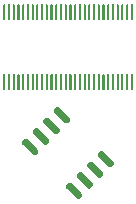
<source format=gbr>
G04 #@! TF.GenerationSoftware,KiCad,Pcbnew,5.1.9-1.fc33*
G04 #@! TF.CreationDate,2021-01-08T09:44:42+01:00*
G04 #@! TF.ProjectId,reDIP-sx,72654449-502d-4737-982e-6b696361645f,0.1*
G04 #@! TF.SameCoordinates,PX5e28010PY8011a50*
G04 #@! TF.FileFunction,Paste,Bot*
G04 #@! TF.FilePolarity,Positive*
%FSLAX46Y46*%
G04 Gerber Fmt 4.6, Leading zero omitted, Abs format (unit mm)*
G04 Created by KiCad (PCBNEW 5.1.9-1.fc33) date 2021-01-08 09:44:42*
%MOMM*%
%LPD*%
G01*
G04 APERTURE LIST*
G04 APERTURE END LIST*
G36*
G01*
X3580000Y17340000D02*
X3580000Y16080000D01*
G75*
G02*
X3535000Y16035000I-45000J0D01*
G01*
X3445000Y16035000D01*
G75*
G02*
X3400000Y16080000I0J45000D01*
G01*
X3400000Y17340000D01*
G75*
G02*
X3445000Y17385000I45000J0D01*
G01*
X3535000Y17385000D01*
G75*
G02*
X3580000Y17340000I0J-45000D01*
G01*
G37*
G36*
G01*
X3580000Y23240000D02*
X3580000Y21980000D01*
G75*
G02*
X3535000Y21935000I-45000J0D01*
G01*
X3445000Y21935000D01*
G75*
G02*
X3400000Y21980000I0J45000D01*
G01*
X3400000Y23240000D01*
G75*
G02*
X3445000Y23285000I45000J0D01*
G01*
X3535000Y23285000D01*
G75*
G02*
X3580000Y23240000I0J-45000D01*
G01*
G37*
G36*
G01*
X3980000Y17340000D02*
X3980000Y16080000D01*
G75*
G02*
X3935000Y16035000I-45000J0D01*
G01*
X3845000Y16035000D01*
G75*
G02*
X3800000Y16080000I0J45000D01*
G01*
X3800000Y17340000D01*
G75*
G02*
X3845000Y17385000I45000J0D01*
G01*
X3935000Y17385000D01*
G75*
G02*
X3980000Y17340000I0J-45000D01*
G01*
G37*
G36*
G01*
X3980000Y23240000D02*
X3980000Y21980000D01*
G75*
G02*
X3935000Y21935000I-45000J0D01*
G01*
X3845000Y21935000D01*
G75*
G02*
X3800000Y21980000I0J45000D01*
G01*
X3800000Y23240000D01*
G75*
G02*
X3845000Y23285000I45000J0D01*
G01*
X3935000Y23285000D01*
G75*
G02*
X3980000Y23240000I0J-45000D01*
G01*
G37*
G36*
G01*
X4380000Y17340000D02*
X4380000Y16080000D01*
G75*
G02*
X4335000Y16035000I-45000J0D01*
G01*
X4245000Y16035000D01*
G75*
G02*
X4200000Y16080000I0J45000D01*
G01*
X4200000Y17340000D01*
G75*
G02*
X4245000Y17385000I45000J0D01*
G01*
X4335000Y17385000D01*
G75*
G02*
X4380000Y17340000I0J-45000D01*
G01*
G37*
G36*
G01*
X4380000Y23240000D02*
X4380000Y21980000D01*
G75*
G02*
X4335000Y21935000I-45000J0D01*
G01*
X4245000Y21935000D01*
G75*
G02*
X4200000Y21980000I0J45000D01*
G01*
X4200000Y23240000D01*
G75*
G02*
X4245000Y23285000I45000J0D01*
G01*
X4335000Y23285000D01*
G75*
G02*
X4380000Y23240000I0J-45000D01*
G01*
G37*
G36*
G01*
X4780000Y17340000D02*
X4780000Y16080000D01*
G75*
G02*
X4735000Y16035000I-45000J0D01*
G01*
X4645000Y16035000D01*
G75*
G02*
X4600000Y16080000I0J45000D01*
G01*
X4600000Y17340000D01*
G75*
G02*
X4645000Y17385000I45000J0D01*
G01*
X4735000Y17385000D01*
G75*
G02*
X4780000Y17340000I0J-45000D01*
G01*
G37*
G36*
G01*
X4780000Y23240000D02*
X4780000Y21980000D01*
G75*
G02*
X4735000Y21935000I-45000J0D01*
G01*
X4645000Y21935000D01*
G75*
G02*
X4600000Y21980000I0J45000D01*
G01*
X4600000Y23240000D01*
G75*
G02*
X4645000Y23285000I45000J0D01*
G01*
X4735000Y23285000D01*
G75*
G02*
X4780000Y23240000I0J-45000D01*
G01*
G37*
G36*
G01*
X5180000Y17340000D02*
X5180000Y16080000D01*
G75*
G02*
X5135000Y16035000I-45000J0D01*
G01*
X5045000Y16035000D01*
G75*
G02*
X5000000Y16080000I0J45000D01*
G01*
X5000000Y17340000D01*
G75*
G02*
X5045000Y17385000I45000J0D01*
G01*
X5135000Y17385000D01*
G75*
G02*
X5180000Y17340000I0J-45000D01*
G01*
G37*
G36*
G01*
X5180000Y23240000D02*
X5180000Y21980000D01*
G75*
G02*
X5135000Y21935000I-45000J0D01*
G01*
X5045000Y21935000D01*
G75*
G02*
X5000000Y21980000I0J45000D01*
G01*
X5000000Y23240000D01*
G75*
G02*
X5045000Y23285000I45000J0D01*
G01*
X5135000Y23285000D01*
G75*
G02*
X5180000Y23240000I0J-45000D01*
G01*
G37*
G36*
G01*
X5580000Y17340000D02*
X5580000Y16080000D01*
G75*
G02*
X5535000Y16035000I-45000J0D01*
G01*
X5445000Y16035000D01*
G75*
G02*
X5400000Y16080000I0J45000D01*
G01*
X5400000Y17340000D01*
G75*
G02*
X5445000Y17385000I45000J0D01*
G01*
X5535000Y17385000D01*
G75*
G02*
X5580000Y17340000I0J-45000D01*
G01*
G37*
G36*
G01*
X5580000Y23240000D02*
X5580000Y21980000D01*
G75*
G02*
X5535000Y21935000I-45000J0D01*
G01*
X5445000Y21935000D01*
G75*
G02*
X5400000Y21980000I0J45000D01*
G01*
X5400000Y23240000D01*
G75*
G02*
X5445000Y23285000I45000J0D01*
G01*
X5535000Y23285000D01*
G75*
G02*
X5580000Y23240000I0J-45000D01*
G01*
G37*
G36*
G01*
X5980000Y17340000D02*
X5980000Y16080000D01*
G75*
G02*
X5935000Y16035000I-45000J0D01*
G01*
X5845000Y16035000D01*
G75*
G02*
X5800000Y16080000I0J45000D01*
G01*
X5800000Y17340000D01*
G75*
G02*
X5845000Y17385000I45000J0D01*
G01*
X5935000Y17385000D01*
G75*
G02*
X5980000Y17340000I0J-45000D01*
G01*
G37*
G36*
G01*
X5980000Y23240000D02*
X5980000Y21980000D01*
G75*
G02*
X5935000Y21935000I-45000J0D01*
G01*
X5845000Y21935000D01*
G75*
G02*
X5800000Y21980000I0J45000D01*
G01*
X5800000Y23240000D01*
G75*
G02*
X5845000Y23285000I45000J0D01*
G01*
X5935000Y23285000D01*
G75*
G02*
X5980000Y23240000I0J-45000D01*
G01*
G37*
G36*
G01*
X6380000Y17340000D02*
X6380000Y16080000D01*
G75*
G02*
X6335000Y16035000I-45000J0D01*
G01*
X6245000Y16035000D01*
G75*
G02*
X6200000Y16080000I0J45000D01*
G01*
X6200000Y17340000D01*
G75*
G02*
X6245000Y17385000I45000J0D01*
G01*
X6335000Y17385000D01*
G75*
G02*
X6380000Y17340000I0J-45000D01*
G01*
G37*
G36*
G01*
X6380000Y23240000D02*
X6380000Y21980000D01*
G75*
G02*
X6335000Y21935000I-45000J0D01*
G01*
X6245000Y21935000D01*
G75*
G02*
X6200000Y21980000I0J45000D01*
G01*
X6200000Y23240000D01*
G75*
G02*
X6245000Y23285000I45000J0D01*
G01*
X6335000Y23285000D01*
G75*
G02*
X6380000Y23240000I0J-45000D01*
G01*
G37*
G36*
G01*
X6780000Y17340000D02*
X6780000Y16080000D01*
G75*
G02*
X6735000Y16035000I-45000J0D01*
G01*
X6645000Y16035000D01*
G75*
G02*
X6600000Y16080000I0J45000D01*
G01*
X6600000Y17340000D01*
G75*
G02*
X6645000Y17385000I45000J0D01*
G01*
X6735000Y17385000D01*
G75*
G02*
X6780000Y17340000I0J-45000D01*
G01*
G37*
G36*
G01*
X6780000Y23240000D02*
X6780000Y21980000D01*
G75*
G02*
X6735000Y21935000I-45000J0D01*
G01*
X6645000Y21935000D01*
G75*
G02*
X6600000Y21980000I0J45000D01*
G01*
X6600000Y23240000D01*
G75*
G02*
X6645000Y23285000I45000J0D01*
G01*
X6735000Y23285000D01*
G75*
G02*
X6780000Y23240000I0J-45000D01*
G01*
G37*
G36*
G01*
X7180000Y17340000D02*
X7180000Y16080000D01*
G75*
G02*
X7135000Y16035000I-45000J0D01*
G01*
X7045000Y16035000D01*
G75*
G02*
X7000000Y16080000I0J45000D01*
G01*
X7000000Y17340000D01*
G75*
G02*
X7045000Y17385000I45000J0D01*
G01*
X7135000Y17385000D01*
G75*
G02*
X7180000Y17340000I0J-45000D01*
G01*
G37*
G36*
G01*
X7180000Y23240000D02*
X7180000Y21980000D01*
G75*
G02*
X7135000Y21935000I-45000J0D01*
G01*
X7045000Y21935000D01*
G75*
G02*
X7000000Y21980000I0J45000D01*
G01*
X7000000Y23240000D01*
G75*
G02*
X7045000Y23285000I45000J0D01*
G01*
X7135000Y23285000D01*
G75*
G02*
X7180000Y23240000I0J-45000D01*
G01*
G37*
G36*
G01*
X7580000Y17340000D02*
X7580000Y16080000D01*
G75*
G02*
X7535000Y16035000I-45000J0D01*
G01*
X7445000Y16035000D01*
G75*
G02*
X7400000Y16080000I0J45000D01*
G01*
X7400000Y17340000D01*
G75*
G02*
X7445000Y17385000I45000J0D01*
G01*
X7535000Y17385000D01*
G75*
G02*
X7580000Y17340000I0J-45000D01*
G01*
G37*
G36*
G01*
X7580000Y23240000D02*
X7580000Y21980000D01*
G75*
G02*
X7535000Y21935000I-45000J0D01*
G01*
X7445000Y21935000D01*
G75*
G02*
X7400000Y21980000I0J45000D01*
G01*
X7400000Y23240000D01*
G75*
G02*
X7445000Y23285000I45000J0D01*
G01*
X7535000Y23285000D01*
G75*
G02*
X7580000Y23240000I0J-45000D01*
G01*
G37*
G36*
G01*
X7980000Y17340000D02*
X7980000Y16080000D01*
G75*
G02*
X7935000Y16035000I-45000J0D01*
G01*
X7845000Y16035000D01*
G75*
G02*
X7800000Y16080000I0J45000D01*
G01*
X7800000Y17340000D01*
G75*
G02*
X7845000Y17385000I45000J0D01*
G01*
X7935000Y17385000D01*
G75*
G02*
X7980000Y17340000I0J-45000D01*
G01*
G37*
G36*
G01*
X7980000Y23240000D02*
X7980000Y21980000D01*
G75*
G02*
X7935000Y21935000I-45000J0D01*
G01*
X7845000Y21935000D01*
G75*
G02*
X7800000Y21980000I0J45000D01*
G01*
X7800000Y23240000D01*
G75*
G02*
X7845000Y23285000I45000J0D01*
G01*
X7935000Y23285000D01*
G75*
G02*
X7980000Y23240000I0J-45000D01*
G01*
G37*
G36*
G01*
X8380000Y17340000D02*
X8380000Y16080000D01*
G75*
G02*
X8335000Y16035000I-45000J0D01*
G01*
X8245000Y16035000D01*
G75*
G02*
X8200000Y16080000I0J45000D01*
G01*
X8200000Y17340000D01*
G75*
G02*
X8245000Y17385000I45000J0D01*
G01*
X8335000Y17385000D01*
G75*
G02*
X8380000Y17340000I0J-45000D01*
G01*
G37*
G36*
G01*
X8380000Y23240000D02*
X8380000Y21980000D01*
G75*
G02*
X8335000Y21935000I-45000J0D01*
G01*
X8245000Y21935000D01*
G75*
G02*
X8200000Y21980000I0J45000D01*
G01*
X8200000Y23240000D01*
G75*
G02*
X8245000Y23285000I45000J0D01*
G01*
X8335000Y23285000D01*
G75*
G02*
X8380000Y23240000I0J-45000D01*
G01*
G37*
G36*
G01*
X8780000Y17340000D02*
X8780000Y16080000D01*
G75*
G02*
X8735000Y16035000I-45000J0D01*
G01*
X8645000Y16035000D01*
G75*
G02*
X8600000Y16080000I0J45000D01*
G01*
X8600000Y17340000D01*
G75*
G02*
X8645000Y17385000I45000J0D01*
G01*
X8735000Y17385000D01*
G75*
G02*
X8780000Y17340000I0J-45000D01*
G01*
G37*
G36*
G01*
X8780000Y23240000D02*
X8780000Y21980000D01*
G75*
G02*
X8735000Y21935000I-45000J0D01*
G01*
X8645000Y21935000D01*
G75*
G02*
X8600000Y21980000I0J45000D01*
G01*
X8600000Y23240000D01*
G75*
G02*
X8645000Y23285000I45000J0D01*
G01*
X8735000Y23285000D01*
G75*
G02*
X8780000Y23240000I0J-45000D01*
G01*
G37*
G36*
G01*
X9180000Y17340000D02*
X9180000Y16080000D01*
G75*
G02*
X9135000Y16035000I-45000J0D01*
G01*
X9045000Y16035000D01*
G75*
G02*
X9000000Y16080000I0J45000D01*
G01*
X9000000Y17340000D01*
G75*
G02*
X9045000Y17385000I45000J0D01*
G01*
X9135000Y17385000D01*
G75*
G02*
X9180000Y17340000I0J-45000D01*
G01*
G37*
G36*
G01*
X9180000Y23240000D02*
X9180000Y21980000D01*
G75*
G02*
X9135000Y21935000I-45000J0D01*
G01*
X9045000Y21935000D01*
G75*
G02*
X9000000Y21980000I0J45000D01*
G01*
X9000000Y23240000D01*
G75*
G02*
X9045000Y23285000I45000J0D01*
G01*
X9135000Y23285000D01*
G75*
G02*
X9180000Y23240000I0J-45000D01*
G01*
G37*
G36*
G01*
X9580000Y17340000D02*
X9580000Y16080000D01*
G75*
G02*
X9535000Y16035000I-45000J0D01*
G01*
X9445000Y16035000D01*
G75*
G02*
X9400000Y16080000I0J45000D01*
G01*
X9400000Y17340000D01*
G75*
G02*
X9445000Y17385000I45000J0D01*
G01*
X9535000Y17385000D01*
G75*
G02*
X9580000Y17340000I0J-45000D01*
G01*
G37*
G36*
G01*
X9580000Y23240000D02*
X9580000Y21980000D01*
G75*
G02*
X9535000Y21935000I-45000J0D01*
G01*
X9445000Y21935000D01*
G75*
G02*
X9400000Y21980000I0J45000D01*
G01*
X9400000Y23240000D01*
G75*
G02*
X9445000Y23285000I45000J0D01*
G01*
X9535000Y23285000D01*
G75*
G02*
X9580000Y23240000I0J-45000D01*
G01*
G37*
G36*
G01*
X9980000Y17340000D02*
X9980000Y16080000D01*
G75*
G02*
X9935000Y16035000I-45000J0D01*
G01*
X9845000Y16035000D01*
G75*
G02*
X9800000Y16080000I0J45000D01*
G01*
X9800000Y17340000D01*
G75*
G02*
X9845000Y17385000I45000J0D01*
G01*
X9935000Y17385000D01*
G75*
G02*
X9980000Y17340000I0J-45000D01*
G01*
G37*
G36*
G01*
X9980000Y23240000D02*
X9980000Y21980000D01*
G75*
G02*
X9935000Y21935000I-45000J0D01*
G01*
X9845000Y21935000D01*
G75*
G02*
X9800000Y21980000I0J45000D01*
G01*
X9800000Y23240000D01*
G75*
G02*
X9845000Y23285000I45000J0D01*
G01*
X9935000Y23285000D01*
G75*
G02*
X9980000Y23240000I0J-45000D01*
G01*
G37*
G36*
G01*
X10380000Y17340000D02*
X10380000Y16080000D01*
G75*
G02*
X10335000Y16035000I-45000J0D01*
G01*
X10245000Y16035000D01*
G75*
G02*
X10200000Y16080000I0J45000D01*
G01*
X10200000Y17340000D01*
G75*
G02*
X10245000Y17385000I45000J0D01*
G01*
X10335000Y17385000D01*
G75*
G02*
X10380000Y17340000I0J-45000D01*
G01*
G37*
G36*
G01*
X10380000Y23240000D02*
X10380000Y21980000D01*
G75*
G02*
X10335000Y21935000I-45000J0D01*
G01*
X10245000Y21935000D01*
G75*
G02*
X10200000Y21980000I0J45000D01*
G01*
X10200000Y23240000D01*
G75*
G02*
X10245000Y23285000I45000J0D01*
G01*
X10335000Y23285000D01*
G75*
G02*
X10380000Y23240000I0J-45000D01*
G01*
G37*
G36*
G01*
X10780000Y17340000D02*
X10780000Y16080000D01*
G75*
G02*
X10735000Y16035000I-45000J0D01*
G01*
X10645000Y16035000D01*
G75*
G02*
X10600000Y16080000I0J45000D01*
G01*
X10600000Y17340000D01*
G75*
G02*
X10645000Y17385000I45000J0D01*
G01*
X10735000Y17385000D01*
G75*
G02*
X10780000Y17340000I0J-45000D01*
G01*
G37*
G36*
G01*
X10780000Y23240000D02*
X10780000Y21980000D01*
G75*
G02*
X10735000Y21935000I-45000J0D01*
G01*
X10645000Y21935000D01*
G75*
G02*
X10600000Y21980000I0J45000D01*
G01*
X10600000Y23240000D01*
G75*
G02*
X10645000Y23285000I45000J0D01*
G01*
X10735000Y23285000D01*
G75*
G02*
X10780000Y23240000I0J-45000D01*
G01*
G37*
G36*
G01*
X11180000Y17340000D02*
X11180000Y16080000D01*
G75*
G02*
X11135000Y16035000I-45000J0D01*
G01*
X11045000Y16035000D01*
G75*
G02*
X11000000Y16080000I0J45000D01*
G01*
X11000000Y17340000D01*
G75*
G02*
X11045000Y17385000I45000J0D01*
G01*
X11135000Y17385000D01*
G75*
G02*
X11180000Y17340000I0J-45000D01*
G01*
G37*
G36*
G01*
X11180000Y23240000D02*
X11180000Y21980000D01*
G75*
G02*
X11135000Y21935000I-45000J0D01*
G01*
X11045000Y21935000D01*
G75*
G02*
X11000000Y21980000I0J45000D01*
G01*
X11000000Y23240000D01*
G75*
G02*
X11045000Y23285000I45000J0D01*
G01*
X11135000Y23285000D01*
G75*
G02*
X11180000Y23240000I0J-45000D01*
G01*
G37*
G36*
G01*
X11580000Y17340000D02*
X11580000Y16080000D01*
G75*
G02*
X11535000Y16035000I-45000J0D01*
G01*
X11445000Y16035000D01*
G75*
G02*
X11400000Y16080000I0J45000D01*
G01*
X11400000Y17340000D01*
G75*
G02*
X11445000Y17385000I45000J0D01*
G01*
X11535000Y17385000D01*
G75*
G02*
X11580000Y17340000I0J-45000D01*
G01*
G37*
G36*
G01*
X11580000Y23240000D02*
X11580000Y21980000D01*
G75*
G02*
X11535000Y21935000I-45000J0D01*
G01*
X11445000Y21935000D01*
G75*
G02*
X11400000Y21980000I0J45000D01*
G01*
X11400000Y23240000D01*
G75*
G02*
X11445000Y23285000I45000J0D01*
G01*
X11535000Y23285000D01*
G75*
G02*
X11580000Y23240000I0J-45000D01*
G01*
G37*
G36*
G01*
X11980000Y17340000D02*
X11980000Y16080000D01*
G75*
G02*
X11935000Y16035000I-45000J0D01*
G01*
X11845000Y16035000D01*
G75*
G02*
X11800000Y16080000I0J45000D01*
G01*
X11800000Y17340000D01*
G75*
G02*
X11845000Y17385000I45000J0D01*
G01*
X11935000Y17385000D01*
G75*
G02*
X11980000Y17340000I0J-45000D01*
G01*
G37*
G36*
G01*
X11980000Y23240000D02*
X11980000Y21980000D01*
G75*
G02*
X11935000Y21935000I-45000J0D01*
G01*
X11845000Y21935000D01*
G75*
G02*
X11800000Y21980000I0J45000D01*
G01*
X11800000Y23240000D01*
G75*
G02*
X11845000Y23285000I45000J0D01*
G01*
X11935000Y23285000D01*
G75*
G02*
X11980000Y23240000I0J-45000D01*
G01*
G37*
G36*
G01*
X12380000Y17340000D02*
X12380000Y16080000D01*
G75*
G02*
X12335000Y16035000I-45000J0D01*
G01*
X12245000Y16035000D01*
G75*
G02*
X12200000Y16080000I0J45000D01*
G01*
X12200000Y17340000D01*
G75*
G02*
X12245000Y17385000I45000J0D01*
G01*
X12335000Y17385000D01*
G75*
G02*
X12380000Y17340000I0J-45000D01*
G01*
G37*
G36*
G01*
X12380000Y23240000D02*
X12380000Y21980000D01*
G75*
G02*
X12335000Y21935000I-45000J0D01*
G01*
X12245000Y21935000D01*
G75*
G02*
X12200000Y21980000I0J45000D01*
G01*
X12200000Y23240000D01*
G75*
G02*
X12245000Y23285000I45000J0D01*
G01*
X12335000Y23285000D01*
G75*
G02*
X12380000Y23240000I0J-45000D01*
G01*
G37*
G36*
G01*
X12780000Y17340000D02*
X12780000Y16080000D01*
G75*
G02*
X12735000Y16035000I-45000J0D01*
G01*
X12645000Y16035000D01*
G75*
G02*
X12600000Y16080000I0J45000D01*
G01*
X12600000Y17340000D01*
G75*
G02*
X12645000Y17385000I45000J0D01*
G01*
X12735000Y17385000D01*
G75*
G02*
X12780000Y17340000I0J-45000D01*
G01*
G37*
G36*
G01*
X12780000Y23240000D02*
X12780000Y21980000D01*
G75*
G02*
X12735000Y21935000I-45000J0D01*
G01*
X12645000Y21935000D01*
G75*
G02*
X12600000Y21980000I0J45000D01*
G01*
X12600000Y23240000D01*
G75*
G02*
X12645000Y23285000I45000J0D01*
G01*
X12735000Y23285000D01*
G75*
G02*
X12780000Y23240000I0J-45000D01*
G01*
G37*
G36*
G01*
X13180000Y17340000D02*
X13180000Y16080000D01*
G75*
G02*
X13135000Y16035000I-45000J0D01*
G01*
X13045000Y16035000D01*
G75*
G02*
X13000000Y16080000I0J45000D01*
G01*
X13000000Y17340000D01*
G75*
G02*
X13045000Y17385000I45000J0D01*
G01*
X13135000Y17385000D01*
G75*
G02*
X13180000Y17340000I0J-45000D01*
G01*
G37*
G36*
G01*
X13180000Y23240000D02*
X13180000Y21980000D01*
G75*
G02*
X13135000Y21935000I-45000J0D01*
G01*
X13045000Y21935000D01*
G75*
G02*
X13000000Y21980000I0J45000D01*
G01*
X13000000Y23240000D01*
G75*
G02*
X13045000Y23285000I45000J0D01*
G01*
X13135000Y23285000D01*
G75*
G02*
X13180000Y23240000I0J-45000D01*
G01*
G37*
G36*
G01*
X13580000Y17340000D02*
X13580000Y16080000D01*
G75*
G02*
X13535000Y16035000I-45000J0D01*
G01*
X13445000Y16035000D01*
G75*
G02*
X13400000Y16080000I0J45000D01*
G01*
X13400000Y17340000D01*
G75*
G02*
X13445000Y17385000I45000J0D01*
G01*
X13535000Y17385000D01*
G75*
G02*
X13580000Y17340000I0J-45000D01*
G01*
G37*
G36*
G01*
X13580000Y23240000D02*
X13580000Y21980000D01*
G75*
G02*
X13535000Y21935000I-45000J0D01*
G01*
X13445000Y21935000D01*
G75*
G02*
X13400000Y21980000I0J45000D01*
G01*
X13400000Y23240000D01*
G75*
G02*
X13445000Y23285000I45000J0D01*
G01*
X13535000Y23285000D01*
G75*
G02*
X13580000Y23240000I0J-45000D01*
G01*
G37*
G36*
G01*
X13980000Y17340000D02*
X13980000Y16080000D01*
G75*
G02*
X13935000Y16035000I-45000J0D01*
G01*
X13845000Y16035000D01*
G75*
G02*
X13800000Y16080000I0J45000D01*
G01*
X13800000Y17340000D01*
G75*
G02*
X13845000Y17385000I45000J0D01*
G01*
X13935000Y17385000D01*
G75*
G02*
X13980000Y17340000I0J-45000D01*
G01*
G37*
G36*
G01*
X13980000Y23240000D02*
X13980000Y21980000D01*
G75*
G02*
X13935000Y21935000I-45000J0D01*
G01*
X13845000Y21935000D01*
G75*
G02*
X13800000Y21980000I0J45000D01*
G01*
X13800000Y23240000D01*
G75*
G02*
X13845000Y23285000I45000J0D01*
G01*
X13935000Y23285000D01*
G75*
G02*
X13980000Y23240000I0J-45000D01*
G01*
G37*
G36*
G01*
X14380000Y17340000D02*
X14380000Y16080000D01*
G75*
G02*
X14335000Y16035000I-45000J0D01*
G01*
X14245000Y16035000D01*
G75*
G02*
X14200000Y16080000I0J45000D01*
G01*
X14200000Y17340000D01*
G75*
G02*
X14245000Y17385000I45000J0D01*
G01*
X14335000Y17385000D01*
G75*
G02*
X14380000Y17340000I0J-45000D01*
G01*
G37*
G36*
G01*
X14380000Y23240000D02*
X14380000Y21980000D01*
G75*
G02*
X14335000Y21935000I-45000J0D01*
G01*
X14245000Y21935000D01*
G75*
G02*
X14200000Y21980000I0J45000D01*
G01*
X14200000Y23240000D01*
G75*
G02*
X14245000Y23285000I45000J0D01*
G01*
X14335000Y23285000D01*
G75*
G02*
X14380000Y23240000I0J-45000D01*
G01*
G37*
G36*
G01*
X8709688Y7964103D02*
X8921820Y8176235D01*
G75*
G02*
X9133952Y8176235I106066J-106066D01*
G01*
X10088546Y7221641D01*
G75*
G02*
X10088546Y7009509I-106066J-106066D01*
G01*
X9876414Y6797377D01*
G75*
G02*
X9664282Y6797377I-106066J106066D01*
G01*
X8709688Y7751971D01*
G75*
G02*
X8709688Y7964103I106066J106066D01*
G01*
G37*
G36*
G01*
X9607713Y8862129D02*
X9819845Y9074261D01*
G75*
G02*
X10031977Y9074261I106066J-106066D01*
G01*
X10986571Y8119667D01*
G75*
G02*
X10986571Y7907535I-106066J-106066D01*
G01*
X10774439Y7695403D01*
G75*
G02*
X10562307Y7695403I-106066J106066D01*
G01*
X9607713Y8649997D01*
G75*
G02*
X9607713Y8862129I106066J106066D01*
G01*
G37*
G36*
G01*
X10505739Y9760155D02*
X10717871Y9972287D01*
G75*
G02*
X10930003Y9972287I106066J-106066D01*
G01*
X11884597Y9017693D01*
G75*
G02*
X11884597Y8805561I-106066J-106066D01*
G01*
X11672465Y8593429D01*
G75*
G02*
X11460333Y8593429I-106066J106066D01*
G01*
X10505739Y9548023D01*
G75*
G02*
X10505739Y9760155I106066J106066D01*
G01*
G37*
G36*
G01*
X11403765Y10658180D02*
X11615897Y10870312D01*
G75*
G02*
X11828029Y10870312I106066J-106066D01*
G01*
X12782623Y9915718D01*
G75*
G02*
X12782623Y9703586I-106066J-106066D01*
G01*
X12570491Y9491454D01*
G75*
G02*
X12358359Y9491454I-106066J106066D01*
G01*
X11403765Y10446048D01*
G75*
G02*
X11403765Y10658180I106066J106066D01*
G01*
G37*
G36*
G01*
X7691454Y14370491D02*
X7903586Y14582623D01*
G75*
G02*
X8115718Y14582623I106066J-106066D01*
G01*
X9070312Y13628029D01*
G75*
G02*
X9070312Y13415897I-106066J-106066D01*
G01*
X8858180Y13203765D01*
G75*
G02*
X8646048Y13203765I-106066J106066D01*
G01*
X7691454Y14158359D01*
G75*
G02*
X7691454Y14370491I106066J106066D01*
G01*
G37*
G36*
G01*
X6793429Y13472465D02*
X7005561Y13684597D01*
G75*
G02*
X7217693Y13684597I106066J-106066D01*
G01*
X8172287Y12730003D01*
G75*
G02*
X8172287Y12517871I-106066J-106066D01*
G01*
X7960155Y12305739D01*
G75*
G02*
X7748023Y12305739I-106066J106066D01*
G01*
X6793429Y13260333D01*
G75*
G02*
X6793429Y13472465I106066J106066D01*
G01*
G37*
G36*
G01*
X5895403Y12574439D02*
X6107535Y12786571D01*
G75*
G02*
X6319667Y12786571I106066J-106066D01*
G01*
X7274261Y11831977D01*
G75*
G02*
X7274261Y11619845I-106066J-106066D01*
G01*
X7062129Y11407713D01*
G75*
G02*
X6849997Y11407713I-106066J106066D01*
G01*
X5895403Y12362307D01*
G75*
G02*
X5895403Y12574439I106066J106066D01*
G01*
G37*
G36*
G01*
X4997377Y11676414D02*
X5209509Y11888546D01*
G75*
G02*
X5421641Y11888546I106066J-106066D01*
G01*
X6376235Y10933952D01*
G75*
G02*
X6376235Y10721820I-106066J-106066D01*
G01*
X6164103Y10509688D01*
G75*
G02*
X5951971Y10509688I-106066J106066D01*
G01*
X4997377Y11464282D01*
G75*
G02*
X4997377Y11676414I106066J106066D01*
G01*
G37*
M02*

</source>
